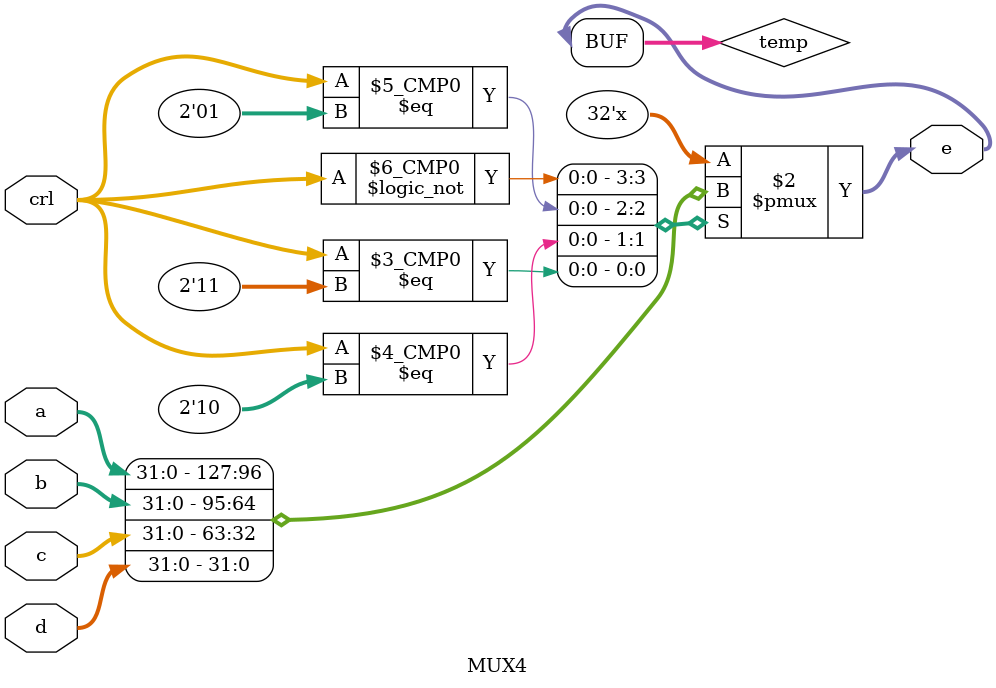
<source format=v>
module MUX4(input [1:0]crl,input [31:0]a,input [31:0]b,input [31:0]c,input [31:0]d,output[31:0]e);

reg [31:0]temp;
always@(*)
begin
case(crl)
0:temp=a;
1:temp=b;
2:temp=c;
3:temp=d;
endcase
end
assign e=temp;
endmodule
</source>
